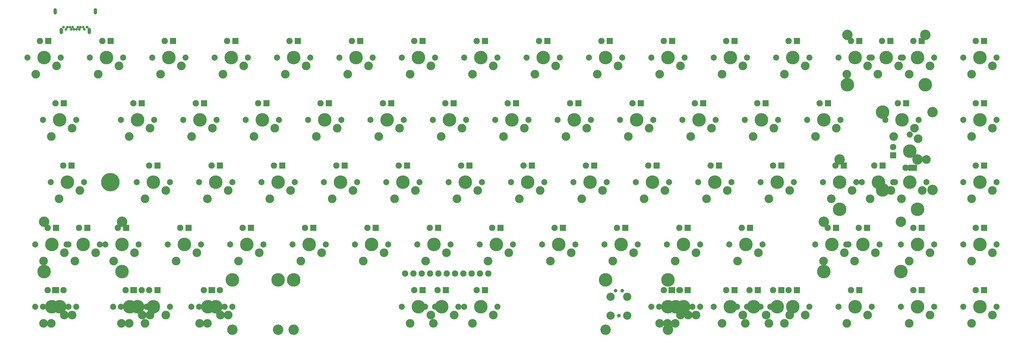
<source format=gts>
%TF.GenerationSoftware,KiCad,Pcbnew,(2017-09-19 revision dddaa7e69)-makepkg*%
%TF.CreationDate,2017-11-22T14:32:36-05:00*%
%TF.ProjectId,WhiteFox,5768697465466F782E6B696361645F70,1.1c*%
%TF.SameCoordinates,Original*%
%TF.FileFunction,Soldermask,Top*%
%TF.FilePolarity,Negative*%
%FSLAX46Y46*%
G04 Gerber Fmt 4.6, Leading zero omitted, Abs format (unit mm)*
G04 Created by KiCad (PCBNEW (2017-09-19 revision dddaa7e69)-makepkg) date 11/22/17 14:32:36*
%MOMM*%
%LPD*%
G01*
G04 APERTURE LIST*
%ADD10O,0.952400X0.802400*%
%ADD11O,1.052400X1.952400*%
%ADD12C,0.802400*%
%ADD13R,1.952400X1.952400*%
%ADD14C,1.952400*%
%ADD15C,5.652400*%
%ADD16C,4.142740*%
%ADD17C,2.651760*%
%ADD18C,1.856740*%
%ADD19C,3.200654*%
%ADD20C,4.140454*%
%ADD21C,1.143010*%
%ADD22C,2.527310*%
%ADD23O,1.952400X1.952400*%
G04 APERTURE END LIST*
D10*
%TO.C,J1*%
X73450000Y-76403200D03*
D11*
X75975000Y-71553200D03*
X63725000Y-71553200D03*
X74120000Y-77603200D03*
X65580000Y-77603200D03*
D12*
X67050000Y-77103200D03*
X67450000Y-76403200D03*
X68250000Y-76403200D03*
X68650000Y-77103200D03*
X69050000Y-76403200D03*
X69450000Y-77103200D03*
X70250000Y-77103200D03*
X70650000Y-76403200D03*
X71050000Y-77103200D03*
X71450000Y-76403200D03*
X72250000Y-76403200D03*
X72650000Y-77103200D03*
X66250000Y-76403200D03*
%TD*%
D13*
%TO.C,LED71*%
X347345000Y-156845000D03*
D14*
X344805000Y-156845000D03*
%TD*%
D13*
%TO.C,LED70*%
X328295000Y-156845000D03*
D14*
X325755000Y-156845000D03*
%TD*%
D13*
%TO.C,LED69*%
X309245000Y-156845000D03*
D14*
X306705000Y-156845000D03*
%TD*%
D13*
%TO.C,LED68*%
X290195000Y-156845000D03*
D14*
X287655000Y-156845000D03*
%TD*%
D13*
%TO.C,LED67*%
X271145000Y-156845000D03*
D14*
X268605000Y-156845000D03*
%TD*%
D13*
%TO.C,LED66*%
X252095000Y-156845000D03*
D14*
X249555000Y-156845000D03*
%TD*%
D13*
%TO.C,LED65*%
X183039000Y-156845000D03*
D14*
X180499000Y-156845000D03*
%TD*%
D13*
%TO.C,LED64*%
X111601000Y-156845000D03*
D14*
X109061000Y-156845000D03*
%TD*%
D13*
%TO.C,LED63*%
X87788800Y-156845000D03*
D14*
X85248800Y-156845000D03*
%TD*%
D13*
%TO.C,LED62*%
X64008000Y-156845000D03*
D14*
X61468000Y-156845000D03*
%TD*%
D13*
%TO.C,LED61*%
X347345000Y-137795000D03*
D14*
X344805000Y-137795000D03*
%TD*%
D13*
%TO.C,LED60*%
X328295000Y-137795000D03*
D14*
X325755000Y-137795000D03*
%TD*%
D13*
%TO.C,LED59*%
X302101000Y-137795000D03*
D14*
X299561000Y-137795000D03*
%TD*%
D13*
%TO.C,LED58*%
X275908000Y-137795000D03*
D14*
X273368000Y-137795000D03*
%TD*%
D13*
%TO.C,LED57*%
X256858000Y-137795000D03*
D14*
X254318000Y-137795000D03*
%TD*%
D13*
%TO.C,LED56*%
X237808000Y-137795000D03*
D14*
X235268000Y-137795000D03*
%TD*%
D13*
%TO.C,LED55*%
X218758000Y-137795000D03*
D14*
X216218000Y-137795000D03*
%TD*%
D13*
%TO.C,LED54*%
X199708000Y-137795000D03*
D14*
X197168000Y-137795000D03*
%TD*%
D13*
%TO.C,LED53*%
X180658000Y-137795000D03*
D14*
X178118000Y-137795000D03*
%TD*%
D13*
%TO.C,LED52*%
X161608000Y-137795000D03*
D14*
X159068000Y-137795000D03*
%TD*%
D13*
%TO.C,LED51*%
X142558000Y-137795000D03*
D14*
X140018000Y-137795000D03*
%TD*%
D13*
%TO.C,LED50*%
X123508000Y-137795000D03*
D14*
X120968000Y-137795000D03*
%TD*%
D13*
%TO.C,LED49*%
X104458000Y-137795000D03*
D14*
X101918000Y-137795000D03*
%TD*%
D13*
%TO.C,LED48*%
X85407500Y-137795000D03*
D14*
X82867500Y-137795000D03*
%TD*%
D13*
%TO.C,LED47*%
X63976200Y-137795000D03*
D14*
X61436200Y-137795000D03*
%TD*%
D13*
%TO.C,LED46*%
X347345000Y-118745000D03*
D14*
X344805000Y-118745000D03*
%TD*%
D13*
%TO.C,LED45*%
X325914000Y-119380000D03*
D14*
X323374000Y-119380000D03*
%TD*%
D13*
%TO.C,LED44*%
X304483000Y-118745000D03*
D14*
X301943000Y-118745000D03*
%TD*%
D13*
%TO.C,LED43*%
X285433000Y-118745000D03*
D14*
X282893000Y-118745000D03*
%TD*%
D13*
%TO.C,LED42*%
X266383000Y-118745000D03*
D14*
X263843000Y-118745000D03*
%TD*%
D13*
%TO.C,LED41*%
X247333000Y-118745000D03*
D14*
X244793000Y-118745000D03*
%TD*%
D13*
%TO.C,LED40*%
X228283000Y-118745000D03*
D14*
X225743000Y-118745000D03*
%TD*%
D13*
%TO.C,LED39*%
X209233000Y-118745000D03*
D14*
X206693000Y-118745000D03*
%TD*%
D13*
%TO.C,LED38*%
X190183000Y-118745000D03*
D14*
X187643000Y-118745000D03*
%TD*%
D13*
%TO.C,LED37*%
X171133000Y-118745000D03*
D14*
X168593000Y-118745000D03*
%TD*%
D13*
%TO.C,LED36*%
X152083000Y-118745000D03*
D14*
X149543000Y-118745000D03*
%TD*%
D13*
%TO.C,LED35*%
X133033000Y-118745000D03*
D14*
X130493000Y-118745000D03*
%TD*%
D13*
%TO.C,LED34*%
X113983000Y-118745000D03*
D14*
X111443000Y-118745000D03*
%TD*%
D13*
%TO.C,LED33*%
X94932600Y-118745000D03*
D14*
X92392600Y-118745000D03*
%TD*%
D13*
%TO.C,LED32*%
X68738800Y-118745000D03*
D14*
X66198800Y-118745000D03*
%TD*%
D13*
%TO.C,LED31*%
X347345000Y-99695000D03*
D14*
X344805000Y-99695000D03*
%TD*%
D13*
%TO.C,LED30*%
X323532000Y-99695000D03*
D14*
X320992000Y-99695000D03*
%TD*%
D13*
%TO.C,LED29*%
X299720000Y-99695000D03*
D14*
X297180000Y-99695000D03*
%TD*%
D13*
%TO.C,LED28*%
X280670000Y-99695000D03*
D14*
X278130000Y-99695000D03*
%TD*%
D13*
%TO.C,LED27*%
X261620000Y-99695000D03*
D14*
X259080000Y-99695000D03*
%TD*%
D13*
%TO.C,LED26*%
X242570000Y-99695000D03*
D14*
X240030000Y-99695000D03*
%TD*%
D13*
%TO.C,LED25*%
X223520000Y-99695000D03*
D14*
X220980000Y-99695000D03*
%TD*%
D13*
%TO.C,LED24*%
X204470000Y-99695000D03*
D14*
X201930000Y-99695000D03*
%TD*%
D13*
%TO.C,LED23*%
X185420000Y-99695000D03*
D14*
X182880000Y-99695000D03*
%TD*%
D13*
%TO.C,LED22*%
X166370000Y-99695000D03*
D14*
X163830000Y-99695000D03*
%TD*%
D13*
%TO.C,LED21*%
X147320000Y-99695000D03*
D14*
X144780000Y-99695000D03*
%TD*%
D13*
%TO.C,LED20*%
X128270000Y-99695000D03*
D14*
X125730000Y-99695000D03*
%TD*%
D13*
%TO.C,LED19*%
X109220000Y-99695000D03*
D14*
X106680000Y-99695000D03*
%TD*%
D13*
%TO.C,LED18*%
X90170000Y-99695000D03*
D14*
X87630000Y-99695000D03*
%TD*%
D13*
%TO.C,LED17*%
X66357500Y-99695000D03*
D14*
X63817500Y-99695000D03*
%TD*%
D13*
%TO.C,LED16*%
X347345000Y-80645000D03*
D14*
X344805000Y-80645000D03*
%TD*%
D13*
%TO.C,LED15*%
X328295000Y-80645000D03*
D14*
X325755000Y-80645000D03*
%TD*%
D13*
%TO.C,LED14*%
X309245000Y-80645000D03*
D14*
X306705000Y-80645000D03*
%TD*%
D13*
%TO.C,LED13*%
X290195000Y-80645000D03*
D14*
X287655000Y-80645000D03*
%TD*%
D13*
%TO.C,LED12*%
X271145000Y-80645000D03*
D14*
X268605000Y-80645000D03*
%TD*%
D13*
%TO.C,LED11*%
X252095000Y-80645000D03*
D14*
X249555000Y-80645000D03*
%TD*%
D13*
%TO.C,LED10*%
X233045000Y-80645000D03*
D14*
X230505000Y-80645000D03*
%TD*%
D13*
%TO.C,LED9*%
X213995000Y-80645000D03*
D14*
X211455000Y-80645000D03*
%TD*%
D13*
%TO.C,LED8*%
X194945000Y-80645000D03*
D14*
X192405000Y-80645000D03*
%TD*%
D13*
%TO.C,LED7*%
X175895000Y-80645000D03*
D14*
X173355000Y-80645000D03*
%TD*%
D13*
%TO.C,LED6*%
X156845000Y-80645000D03*
D14*
X154305000Y-80645000D03*
%TD*%
D13*
%TO.C,LED5*%
X137795000Y-80645000D03*
D14*
X135255000Y-80645000D03*
%TD*%
D13*
%TO.C,LED4*%
X118745000Y-80645000D03*
D14*
X116205000Y-80645000D03*
%TD*%
D13*
%TO.C,LED3*%
X99695000Y-80645000D03*
D14*
X97155000Y-80645000D03*
%TD*%
D13*
%TO.C,LED2*%
X80645000Y-80645000D03*
D14*
X78105000Y-80645000D03*
%TD*%
D13*
%TO.C,LED1*%
X61595000Y-80645000D03*
D14*
X59055000Y-80645000D03*
%TD*%
D15*
%TO.C,H1*%
X80568800Y-123830000D03*
%TD*%
D16*
%TO.C,S266*%
X255588000Y-161925000D03*
D17*
X253048000Y-167005000D03*
X259398000Y-164465000D03*
D18*
X260668000Y-161925000D03*
X250508000Y-161925000D03*
%TD*%
D16*
%TO.C,S265*%
X193675000Y-161925000D03*
D17*
X191135000Y-167005000D03*
X197485000Y-164465000D03*
D18*
X198755000Y-161925000D03*
X188595000Y-161925000D03*
%TD*%
D16*
%TO.C,S263*%
X93662500Y-161925000D03*
D17*
X91122500Y-167005000D03*
X97472500Y-164465000D03*
D18*
X98742500Y-161925000D03*
X88582500Y-161925000D03*
%TD*%
D16*
%TO.C,S245*%
X324644000Y-114300000D03*
D17*
X329724000Y-116840000D03*
X327184000Y-110490000D03*
D18*
X324644000Y-109220000D03*
X324644000Y-119380000D03*
%TD*%
D16*
%TO.C,S168*%
X284162000Y-161925000D03*
D17*
X281622000Y-167005000D03*
X287972000Y-164465000D03*
D18*
X289242000Y-161925000D03*
X279082000Y-161925000D03*
%TD*%
D16*
%TO.C,S167*%
X277019000Y-161925000D03*
D17*
X274479000Y-167005000D03*
X280829000Y-164465000D03*
D18*
X282099000Y-161925000D03*
X271939000Y-161925000D03*
%TD*%
D16*
%TO.C,S166*%
X253206000Y-161925000D03*
D17*
X250666000Y-167005000D03*
X257016000Y-164465000D03*
D18*
X258286000Y-161925000D03*
X248126000Y-161925000D03*
%TD*%
D16*
%TO.C,S165*%
X174625000Y-161925000D03*
D17*
X172085000Y-167005000D03*
X178435000Y-164465000D03*
D18*
X179705000Y-161925000D03*
X169545000Y-161925000D03*
%TD*%
D16*
%TO.C,S164*%
X112712000Y-161925000D03*
D17*
X110172000Y-167005000D03*
X116522000Y-164465000D03*
D18*
X117792000Y-161925000D03*
X107632000Y-161925000D03*
%TD*%
D16*
%TO.C,S163*%
X88900000Y-161925000D03*
D17*
X86360000Y-167005000D03*
X92710000Y-164465000D03*
D18*
X93980000Y-161925000D03*
X83820000Y-161925000D03*
%TD*%
D16*
%TO.C,S162*%
X65087500Y-161925000D03*
D17*
X62547500Y-167005000D03*
X68897500Y-164465000D03*
D18*
X70167500Y-161925000D03*
X60007500Y-161925000D03*
%TD*%
D16*
%TO.C,S159*%
X310356000Y-142875000D03*
D17*
X307816000Y-147955000D03*
X314166000Y-145415000D03*
D18*
X315436000Y-142875000D03*
X305276000Y-142875000D03*
%TD*%
D16*
%TO.C,S147*%
X72231200Y-142875000D03*
D17*
X69691200Y-147955000D03*
X76041200Y-145415000D03*
D18*
X77311200Y-142875000D03*
X67151200Y-142875000D03*
%TD*%
D16*
%TO.C,S145*%
X315119000Y-123825000D03*
D17*
X312579000Y-128905000D03*
X318929000Y-126365000D03*
D18*
X320199000Y-123825000D03*
X310039000Y-123825000D03*
%TD*%
D16*
%TO.C,S115*%
X317500000Y-85725000D03*
D17*
X314960000Y-90805000D03*
X321310000Y-88265000D03*
D18*
X322580000Y-85725000D03*
X312420000Y-85725000D03*
%TD*%
D14*
%TO.C,P2*%
X170561000Y-151765000D03*
X173101000Y-151765000D03*
X175641000Y-151765000D03*
X178181000Y-151765000D03*
X180721000Y-151765000D03*
X183261000Y-151765000D03*
X185801000Y-151765000D03*
X188341000Y-151765000D03*
X190881000Y-151765000D03*
X193421000Y-151765000D03*
X195961000Y-151765000D03*
%TD*%
D19*
%TO.C,STAB12*%
X131762000Y-168912540D03*
D20*
X131762000Y-153670000D03*
%TD*%
D19*
%TO.C,STAB6*%
X327025000Y-116837460D03*
D20*
X327025000Y-132080000D03*
%TD*%
D19*
%TO.C,STAB5*%
X303212000Y-116837460D03*
D20*
X303212000Y-132080000D03*
%TD*%
D19*
%TO.C,STAB4*%
X331631540Y-126206000D03*
D20*
X316389000Y-126206000D03*
%TD*%
D19*
%TO.C,STAB3*%
X331631540Y-102394000D03*
D20*
X316389000Y-102394000D03*
%TD*%
D19*
%TO.C,STAB14*%
X231775000Y-168912540D03*
D20*
X231775000Y-153670000D03*
%TD*%
D19*
%TO.C,STAB11*%
X117792000Y-168912540D03*
D20*
X117792000Y-153670000D03*
%TD*%
D19*
%TO.C,STAB13*%
X136525000Y-168912540D03*
D20*
X136525000Y-153670000D03*
%TD*%
D19*
%TO.C,STAB15*%
X250825000Y-168912540D03*
D20*
X250825000Y-153670000D03*
%TD*%
D19*
%TO.C,STAB10*%
X321945000Y-135887460D03*
D20*
X321945000Y-151130000D03*
%TD*%
D19*
%TO.C,STAB9*%
X298450000Y-135887460D03*
D20*
X298450000Y-151130000D03*
%TD*%
D19*
%TO.C,STAB7*%
X60325000Y-135887460D03*
D20*
X60325000Y-151130000D03*
%TD*%
D19*
%TO.C,STAB8*%
X84137500Y-135887460D03*
D20*
X84137500Y-151130000D03*
%TD*%
D19*
%TO.C,STAB1*%
X305594000Y-78737460D03*
D20*
X305594000Y-93980000D03*
%TD*%
D19*
%TO.C,STAB2*%
X329406000Y-78737460D03*
D20*
X329406000Y-93980000D03*
%TD*%
D16*
%TO.C,S62*%
X62706200Y-161925000D03*
D17*
X60166200Y-167005000D03*
X66516200Y-164465000D03*
D18*
X67786200Y-161925000D03*
X57626200Y-161925000D03*
%TD*%
D16*
%TO.C,S17*%
X65087500Y-104775000D03*
D17*
X62547500Y-109855000D03*
X68897500Y-107315000D03*
D18*
X70167500Y-104775000D03*
X60007500Y-104775000D03*
%TD*%
D16*
%TO.C,S32*%
X67468800Y-123825000D03*
D17*
X64928800Y-128905000D03*
X71278800Y-126365000D03*
D18*
X72548800Y-123825000D03*
X62388800Y-123825000D03*
%TD*%
D16*
%TO.C,S45*%
X324644000Y-123825000D03*
D17*
X322104000Y-128905000D03*
X328454000Y-126365000D03*
D18*
X329724000Y-123825000D03*
X319564000Y-123825000D03*
%TD*%
D16*
%TO.C,S59*%
X300831000Y-142875000D03*
D17*
X298291000Y-147955000D03*
X304641000Y-145415000D03*
D18*
X305911000Y-142875000D03*
X295751000Y-142875000D03*
%TD*%
D16*
%TO.C,S63*%
X86518800Y-161925000D03*
D17*
X83978800Y-167005000D03*
X90328800Y-164465000D03*
D18*
X91598800Y-161925000D03*
X81438800Y-161925000D03*
%TD*%
D16*
%TO.C,S64*%
X110331000Y-161925000D03*
D17*
X107791000Y-167005000D03*
X114141000Y-164465000D03*
D18*
X115411000Y-161925000D03*
X105251000Y-161925000D03*
%TD*%
D16*
%TO.C,S71*%
X346075000Y-161925000D03*
D17*
X343535000Y-167005000D03*
X349885000Y-164465000D03*
D18*
X351155000Y-161925000D03*
X340995000Y-161925000D03*
%TD*%
D16*
%TO.C,S70*%
X327025000Y-161925000D03*
D17*
X324485000Y-167005000D03*
X330835000Y-164465000D03*
D18*
X332105000Y-161925000D03*
X321945000Y-161925000D03*
%TD*%
D16*
%TO.C,S69*%
X307975000Y-161925000D03*
D17*
X305435000Y-167005000D03*
X311785000Y-164465000D03*
D18*
X313055000Y-161925000D03*
X302895000Y-161925000D03*
%TD*%
D16*
%TO.C,S68*%
X288925000Y-161925000D03*
D17*
X286385000Y-167005000D03*
X292735000Y-164465000D03*
D18*
X294005000Y-161925000D03*
X283845000Y-161925000D03*
%TD*%
D16*
%TO.C,S67*%
X269875000Y-161925000D03*
D17*
X267335000Y-167005000D03*
X273685000Y-164465000D03*
D18*
X274955000Y-161925000D03*
X264795000Y-161925000D03*
%TD*%
D16*
%TO.C,S66*%
X250825000Y-161925000D03*
D17*
X248285000Y-167005000D03*
X254635000Y-164465000D03*
D18*
X255905000Y-161925000D03*
X245745000Y-161925000D03*
%TD*%
D16*
%TO.C,S30*%
X322262000Y-104775000D03*
D17*
X319722000Y-109855000D03*
X326072000Y-107315000D03*
D18*
X327342000Y-104775000D03*
X317182000Y-104775000D03*
%TD*%
D16*
%TO.C,S16*%
X346075000Y-85725000D03*
D17*
X343535000Y-90805000D03*
X349885000Y-88265000D03*
D18*
X351155000Y-85725000D03*
X340995000Y-85725000D03*
%TD*%
D16*
%TO.C,S1*%
X60325000Y-85725000D03*
D17*
X57785000Y-90805000D03*
X64135000Y-88265000D03*
D18*
X65405000Y-85725000D03*
X55245000Y-85725000D03*
%TD*%
D16*
%TO.C,S3*%
X98425000Y-85725000D03*
D17*
X95885000Y-90805000D03*
X102235000Y-88265000D03*
D18*
X103505000Y-85725000D03*
X93345000Y-85725000D03*
%TD*%
D16*
%TO.C,S4*%
X117475000Y-85725000D03*
D17*
X114935000Y-90805000D03*
X121285000Y-88265000D03*
D18*
X122555000Y-85725000D03*
X112395000Y-85725000D03*
%TD*%
D16*
%TO.C,S5*%
X136525000Y-85725000D03*
D17*
X133985000Y-90805000D03*
X140335000Y-88265000D03*
D18*
X141605000Y-85725000D03*
X131445000Y-85725000D03*
%TD*%
D16*
%TO.C,S6*%
X155575000Y-85725000D03*
D17*
X153035000Y-90805000D03*
X159385000Y-88265000D03*
D18*
X160655000Y-85725000D03*
X150495000Y-85725000D03*
%TD*%
D16*
%TO.C,S7*%
X174625000Y-85725000D03*
D17*
X172085000Y-90805000D03*
X178435000Y-88265000D03*
D18*
X179705000Y-85725000D03*
X169545000Y-85725000D03*
%TD*%
D16*
%TO.C,S8*%
X193675000Y-85725000D03*
D17*
X191135000Y-90805000D03*
X197485000Y-88265000D03*
D18*
X198755000Y-85725000D03*
X188595000Y-85725000D03*
%TD*%
D16*
%TO.C,S9*%
X212725000Y-85725000D03*
D17*
X210185000Y-90805000D03*
X216535000Y-88265000D03*
D18*
X217805000Y-85725000D03*
X207645000Y-85725000D03*
%TD*%
D16*
%TO.C,S10*%
X231775000Y-85725000D03*
D17*
X229235000Y-90805000D03*
X235585000Y-88265000D03*
D18*
X236855000Y-85725000D03*
X226695000Y-85725000D03*
%TD*%
D16*
%TO.C,S11*%
X250825000Y-85725000D03*
D17*
X248285000Y-90805000D03*
X254635000Y-88265000D03*
D18*
X255905000Y-85725000D03*
X245745000Y-85725000D03*
%TD*%
D16*
%TO.C,S12*%
X269875000Y-85725000D03*
D17*
X267335000Y-90805000D03*
X273685000Y-88265000D03*
D18*
X274955000Y-85725000D03*
X264795000Y-85725000D03*
%TD*%
D16*
%TO.C,S13*%
X288925000Y-85725000D03*
D17*
X286385000Y-90805000D03*
X292735000Y-88265000D03*
D18*
X294005000Y-85725000D03*
X283845000Y-85725000D03*
%TD*%
D16*
%TO.C,S14*%
X307975000Y-85725000D03*
D17*
X305435000Y-90805000D03*
X311785000Y-88265000D03*
D18*
X313055000Y-85725000D03*
X302895000Y-85725000D03*
%TD*%
D16*
%TO.C,S15*%
X327025000Y-85725000D03*
D17*
X324485000Y-90805000D03*
X330835000Y-88265000D03*
D18*
X332105000Y-85725000D03*
X321945000Y-85725000D03*
%TD*%
D16*
%TO.C,S18*%
X88900000Y-104775000D03*
D17*
X86360000Y-109855000D03*
X92710000Y-107315000D03*
D18*
X93980000Y-104775000D03*
X83820000Y-104775000D03*
%TD*%
D16*
%TO.C,S19*%
X107950000Y-104775000D03*
D17*
X105410000Y-109855000D03*
X111760000Y-107315000D03*
D18*
X113030000Y-104775000D03*
X102870000Y-104775000D03*
%TD*%
D16*
%TO.C,S20*%
X127000000Y-104775000D03*
D17*
X124460000Y-109855000D03*
X130810000Y-107315000D03*
D18*
X132080000Y-104775000D03*
X121920000Y-104775000D03*
%TD*%
D16*
%TO.C,S21*%
X146050000Y-104775000D03*
D17*
X143510000Y-109855000D03*
X149860000Y-107315000D03*
D18*
X151130000Y-104775000D03*
X140970000Y-104775000D03*
%TD*%
D16*
%TO.C,S22*%
X165100000Y-104775000D03*
D17*
X162560000Y-109855000D03*
X168910000Y-107315000D03*
D18*
X170180000Y-104775000D03*
X160020000Y-104775000D03*
%TD*%
D16*
%TO.C,S23*%
X184150000Y-104775000D03*
D17*
X181610000Y-109855000D03*
X187960000Y-107315000D03*
D18*
X189230000Y-104775000D03*
X179070000Y-104775000D03*
%TD*%
D16*
%TO.C,S24*%
X203200000Y-104775000D03*
D17*
X200660000Y-109855000D03*
X207010000Y-107315000D03*
D18*
X208280000Y-104775000D03*
X198120000Y-104775000D03*
%TD*%
D16*
%TO.C,S25*%
X222250000Y-104775000D03*
D17*
X219710000Y-109855000D03*
X226060000Y-107315000D03*
D18*
X227330000Y-104775000D03*
X217170000Y-104775000D03*
%TD*%
D16*
%TO.C,S26*%
X241300000Y-104775000D03*
D17*
X238760000Y-109855000D03*
X245110000Y-107315000D03*
D18*
X246380000Y-104775000D03*
X236220000Y-104775000D03*
%TD*%
D16*
%TO.C,S27*%
X260350000Y-104775000D03*
D17*
X257810000Y-109855000D03*
X264160000Y-107315000D03*
D18*
X265430000Y-104775000D03*
X255270000Y-104775000D03*
%TD*%
D16*
%TO.C,S28*%
X279400000Y-104775000D03*
D17*
X276860000Y-109855000D03*
X283210000Y-107315000D03*
D18*
X284480000Y-104775000D03*
X274320000Y-104775000D03*
%TD*%
D16*
%TO.C,S29*%
X298450000Y-104775000D03*
D17*
X295910000Y-109855000D03*
X302260000Y-107315000D03*
D18*
X303530000Y-104775000D03*
X293370000Y-104775000D03*
%TD*%
D16*
%TO.C,S31*%
X346075000Y-104775000D03*
D17*
X343535000Y-109855000D03*
X349885000Y-107315000D03*
D18*
X351155000Y-104775000D03*
X340995000Y-104775000D03*
%TD*%
D16*
%TO.C,S33*%
X93662500Y-123825000D03*
D17*
X91122500Y-128905000D03*
X97472500Y-126365000D03*
D18*
X98742500Y-123825000D03*
X88582500Y-123825000D03*
%TD*%
D16*
%TO.C,S34*%
X112712000Y-123825000D03*
D17*
X110172000Y-128905000D03*
X116522000Y-126365000D03*
D18*
X117792000Y-123825000D03*
X107632000Y-123825000D03*
%TD*%
D16*
%TO.C,S35*%
X131762000Y-123825000D03*
D17*
X129222000Y-128905000D03*
X135572000Y-126365000D03*
D18*
X136842000Y-123825000D03*
X126682000Y-123825000D03*
%TD*%
D16*
%TO.C,S36*%
X150812000Y-123825000D03*
D17*
X148272000Y-128905000D03*
X154622000Y-126365000D03*
D18*
X155892000Y-123825000D03*
X145732000Y-123825000D03*
%TD*%
D16*
%TO.C,S37*%
X169862000Y-123825000D03*
D17*
X167322000Y-128905000D03*
X173672000Y-126365000D03*
D18*
X174942000Y-123825000D03*
X164782000Y-123825000D03*
%TD*%
D16*
%TO.C,S38*%
X188912000Y-123825000D03*
D17*
X186372000Y-128905000D03*
X192722000Y-126365000D03*
D18*
X193992000Y-123825000D03*
X183832000Y-123825000D03*
%TD*%
D16*
%TO.C,S39*%
X207962000Y-123825000D03*
D17*
X205422000Y-128905000D03*
X211772000Y-126365000D03*
D18*
X213042000Y-123825000D03*
X202882000Y-123825000D03*
%TD*%
D16*
%TO.C,S40*%
X227012000Y-123825000D03*
D17*
X224472000Y-128905000D03*
X230822000Y-126365000D03*
D18*
X232092000Y-123825000D03*
X221932000Y-123825000D03*
%TD*%
D16*
%TO.C,S41*%
X246062000Y-123825000D03*
D17*
X243522000Y-128905000D03*
X249872000Y-126365000D03*
D18*
X251142000Y-123825000D03*
X240982000Y-123825000D03*
%TD*%
D16*
%TO.C,S42*%
X265112000Y-123825000D03*
D17*
X262572000Y-128905000D03*
X268922000Y-126365000D03*
D18*
X270192000Y-123825000D03*
X260032000Y-123825000D03*
%TD*%
D16*
%TO.C,S43*%
X284162000Y-123825000D03*
D17*
X281622000Y-128905000D03*
X287972000Y-126365000D03*
D18*
X289242000Y-123825000D03*
X279082000Y-123825000D03*
%TD*%
D16*
%TO.C,S44*%
X303212000Y-123825000D03*
D17*
X300672000Y-128905000D03*
X307022000Y-126365000D03*
D18*
X308292000Y-123825000D03*
X298132000Y-123825000D03*
%TD*%
D16*
%TO.C,S46*%
X346075000Y-123825000D03*
D17*
X343535000Y-128905000D03*
X349885000Y-126365000D03*
D18*
X351155000Y-123825000D03*
X340995000Y-123825000D03*
%TD*%
D16*
%TO.C,S48*%
X84137500Y-142875000D03*
D17*
X81597500Y-147955000D03*
X87947500Y-145415000D03*
D18*
X89217500Y-142875000D03*
X79057500Y-142875000D03*
%TD*%
D16*
%TO.C,S49*%
X103188000Y-142875000D03*
D17*
X100648000Y-147955000D03*
X106998000Y-145415000D03*
D18*
X108268000Y-142875000D03*
X98108000Y-142875000D03*
%TD*%
D16*
%TO.C,S50*%
X122238000Y-142875000D03*
D17*
X119698000Y-147955000D03*
X126048000Y-145415000D03*
D18*
X127318000Y-142875000D03*
X117158000Y-142875000D03*
%TD*%
D16*
%TO.C,S51*%
X141288000Y-142875000D03*
D17*
X138748000Y-147955000D03*
X145098000Y-145415000D03*
D18*
X146368000Y-142875000D03*
X136208000Y-142875000D03*
%TD*%
D16*
%TO.C,S52*%
X160338000Y-142875000D03*
D17*
X157798000Y-147955000D03*
X164148000Y-145415000D03*
D18*
X165418000Y-142875000D03*
X155258000Y-142875000D03*
%TD*%
D16*
%TO.C,S53*%
X179388000Y-142875000D03*
D17*
X176848000Y-147955000D03*
X183198000Y-145415000D03*
D18*
X184468000Y-142875000D03*
X174308000Y-142875000D03*
%TD*%
D16*
%TO.C,S54*%
X198438000Y-142875000D03*
D17*
X195898000Y-147955000D03*
X202248000Y-145415000D03*
D18*
X203518000Y-142875000D03*
X193358000Y-142875000D03*
%TD*%
D16*
%TO.C,S55*%
X217488000Y-142875000D03*
D17*
X214948000Y-147955000D03*
X221298000Y-145415000D03*
D18*
X222568000Y-142875000D03*
X212408000Y-142875000D03*
%TD*%
D16*
%TO.C,S56*%
X236538000Y-142875000D03*
D17*
X233998000Y-147955000D03*
X240348000Y-145415000D03*
D18*
X241618000Y-142875000D03*
X231458000Y-142875000D03*
%TD*%
D16*
%TO.C,S57*%
X255588000Y-142875000D03*
D17*
X253048000Y-147955000D03*
X259398000Y-145415000D03*
D18*
X260668000Y-142875000D03*
X250508000Y-142875000D03*
%TD*%
D16*
%TO.C,S58*%
X274638000Y-142875000D03*
D17*
X272098000Y-147955000D03*
X278448000Y-145415000D03*
D18*
X279718000Y-142875000D03*
X269558000Y-142875000D03*
%TD*%
D16*
%TO.C,S60*%
X327025000Y-142875000D03*
D17*
X324485000Y-147955000D03*
X330835000Y-145415000D03*
D18*
X332105000Y-142875000D03*
X321945000Y-142875000D03*
%TD*%
D16*
%TO.C,S61*%
X346075000Y-142875000D03*
D17*
X343535000Y-147955000D03*
X349885000Y-145415000D03*
D18*
X351155000Y-142875000D03*
X340995000Y-142875000D03*
%TD*%
D16*
%TO.C,S47*%
X62706200Y-142875000D03*
D17*
X60166200Y-147955000D03*
X66516200Y-145415000D03*
D18*
X67786200Y-142875000D03*
X57626200Y-142875000D03*
%TD*%
D16*
%TO.C,S65*%
X181769000Y-161925000D03*
D17*
X179229000Y-167005000D03*
X185579000Y-164465000D03*
D18*
X186849000Y-161925000D03*
X176689000Y-161925000D03*
%TD*%
D21*
%TO.C,P1*%
X235839000Y-164592000D03*
X236855000Y-156972000D03*
X234823000Y-156972000D03*
D22*
X238379000Y-164592000D03*
X238379000Y-158877000D03*
X233299000Y-164592000D03*
X233299000Y-158877000D03*
%TD*%
D16*
%TO.C,S2*%
X79375000Y-85725000D03*
D17*
X76835000Y-90805000D03*
X83185000Y-88265000D03*
D18*
X84455000Y-85725000D03*
X74295000Y-85725000D03*
%TD*%
D13*
%TO.C,LED115*%
X318770000Y-80645000D03*
D23*
X316230000Y-80645000D03*
%TD*%
D13*
%TO.C,LED145*%
X316389000Y-118745000D03*
D23*
X313849000Y-118745000D03*
%TD*%
D13*
%TO.C,LED147*%
X73501200Y-137795000D03*
D23*
X70961200Y-137795000D03*
%TD*%
D13*
%TO.C,LED159*%
X311626000Y-137795000D03*
D23*
X309086000Y-137795000D03*
%TD*%
D13*
%TO.C,LED162*%
X63754000Y-156846000D03*
D23*
X66294000Y-156846000D03*
%TD*%
D13*
%TO.C,LED163*%
X87630000Y-156846000D03*
D23*
X90170000Y-156846000D03*
%TD*%
D13*
%TO.C,LED164*%
X111442000Y-156846000D03*
D23*
X113982000Y-156846000D03*
%TD*%
D13*
%TO.C,LED165*%
X175895000Y-156845000D03*
D23*
X173355000Y-156845000D03*
%TD*%
D13*
%TO.C,LED166*%
X251968000Y-156846000D03*
D23*
X254508000Y-156846000D03*
%TD*%
D13*
%TO.C,LED167*%
X278289000Y-156845000D03*
D23*
X275749000Y-156845000D03*
%TD*%
D13*
%TO.C,LED168*%
X285432000Y-156845000D03*
D23*
X282892000Y-156845000D03*
%TD*%
D13*
%TO.C,LED245*%
X319564000Y-115570000D03*
D23*
X319564000Y-113030000D03*
%TD*%
D13*
%TO.C,LED263*%
X94932500Y-156845000D03*
D23*
X92392500Y-156845000D03*
%TD*%
D13*
%TO.C,LED265*%
X194945000Y-156845000D03*
D23*
X192405000Y-156845000D03*
%TD*%
D13*
%TO.C,LED266*%
X256858000Y-156845000D03*
D23*
X254318000Y-156845000D03*
%TD*%
M02*

</source>
